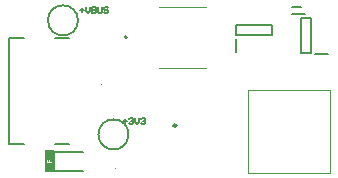
<source format=gto>
G04*
G04 #@! TF.GenerationSoftware,Altium Limited,Altium Designer,23.5.1 (21)*
G04*
G04 Layer_Color=65535*
%FSLAX44Y44*%
%MOMM*%
G71*
G04*
G04 #@! TF.SameCoordinates,E7796D47-8282-4EC7-A355-9F660DFBD72A*
G04*
G04*
G04 #@! TF.FilePolarity,Positive*
G04*
G01*
G75*
%ADD10C,0.2000*%
%ADD11C,0.1000*%
%ADD12C,0.2500*%
%ADD13C,0.1270*%
G36*
X-6638Y-128630D02*
X-13888D01*
Y-110130D01*
X-6638D01*
Y-128630D01*
D02*
G37*
%LPC*%
G36*
X-8290Y-118070D02*
D01*
Y-119803D01*
X-9817D01*
Y-118323D01*
X-10572D01*
Y-119803D01*
X-11486D01*
Y-118070D01*
X-8290D01*
X-12236D01*
Y-120690D01*
X-8290D01*
Y-118070D01*
D02*
G37*
%LPD*%
D10*
X56762Y-96520D02*
G03*
X56762Y-96520I-12700J0D01*
G01*
X13970Y0D02*
G03*
X13970Y0I-12700J0D01*
G01*
X54343Y-13343D02*
G03*
X54343Y-15343I0J-1000D01*
G01*
D02*
G03*
X54343Y-13343I0J1000D01*
G01*
X-5688Y-14970D02*
X6312D01*
X-5688Y-104370D02*
X6312D01*
X-44188D02*
X-31688D01*
X-44188D02*
Y-14970D01*
X-31688D01*
X148163Y-11993D02*
Y-3993D01*
X178403D01*
Y-11993D02*
Y-3993D01*
X148163Y-11993D02*
X178403D01*
X147533Y-26493D02*
Y-15493D01*
X203073Y-27893D02*
X211073D01*
X203073D02*
Y2347D01*
X211073D01*
Y-27893D02*
Y2347D01*
X214573Y-28523D02*
X225573D01*
X195072Y11157D02*
X203073Y11157D01*
X195073Y5157D02*
X206623D01*
X-6638Y-127630D02*
X17862D01*
X-6638D02*
X-6638Y-111130D01*
X17862D01*
D11*
X33312Y-54670D02*
G03*
X34312Y-54670I500J0D01*
G01*
D02*
G03*
X33312Y-54670I-500J0D01*
G01*
X45390Y-126384D02*
G03*
X45390Y-125384I0J500D01*
G01*
D02*
G03*
X45390Y-126384I0J-500D01*
G01*
X82343Y11257D02*
X122343D01*
X82343Y-39943D02*
X122343D01*
X226993Y-129353D02*
Y-59353D01*
X157993D02*
X226993D01*
X157993Y-129353D02*
X226993D01*
X157993D02*
Y-59353D01*
D12*
X97296Y-89020D02*
G03*
X97296Y-89020I-1250J0D01*
G01*
D13*
X15662Y8889D02*
X19047D01*
X17355Y10582D02*
Y7196D01*
X20740Y11428D02*
Y8043D01*
X22433Y6350D01*
X24126Y8043D01*
Y11428D01*
X25819D02*
Y6350D01*
X28358D01*
X29204Y7196D01*
Y8043D01*
X28358Y8889D01*
X25819D01*
X28358D01*
X29204Y9736D01*
Y10582D01*
X28358Y11428D01*
X25819D01*
X30897D02*
Y7196D01*
X31743Y6350D01*
X33436D01*
X34283Y7196D01*
Y11428D01*
X39361Y10582D02*
X38515Y11428D01*
X36822D01*
X35975Y10582D01*
Y9736D01*
X36822Y8889D01*
X38515D01*
X39361Y8043D01*
Y7196D01*
X38515Y6350D01*
X36822D01*
X35975Y7196D01*
X52209Y-85335D02*
X55595D01*
X53902Y-83643D02*
Y-87028D01*
X57287Y-83643D02*
X58134Y-82796D01*
X59827D01*
X60673Y-83643D01*
Y-84489D01*
X59827Y-85335D01*
X58980D01*
X59827D01*
X60673Y-86182D01*
Y-87028D01*
X59827Y-87874D01*
X58134D01*
X57287Y-87028D01*
X62366Y-82796D02*
Y-86182D01*
X64058Y-87874D01*
X65751Y-86182D01*
Y-82796D01*
X67444Y-83643D02*
X68291Y-82796D01*
X69983D01*
X70830Y-83643D01*
Y-84489D01*
X69983Y-85335D01*
X69137D01*
X69983D01*
X70830Y-86182D01*
Y-87028D01*
X69983Y-87874D01*
X68291D01*
X67444Y-87028D01*
M02*

</source>
